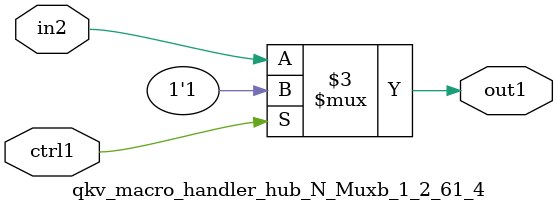
<source format=v>

`timescale 1ps / 1ps


module qkv_macro_handler_hub_N_Muxb_1_2_61_4( in2, ctrl1, out1 );

    input in2;
    input ctrl1;
    output out1;
    reg out1;

    
    // rtl_process:qkv_macro_handler_hub_N_Muxb_1_2_61_4/qkv_macro_handler_hub_N_Muxb_1_2_61_4_thread_1
    always @*
      begin : qkv_macro_handler_hub_N_Muxb_1_2_61_4_thread_1
        case (ctrl1) 
          1'b1: 
            begin
              out1 = 1'b1;
            end
          default: 
            begin
              out1 = in2;
            end
        endcase
      end

endmodule



</source>
